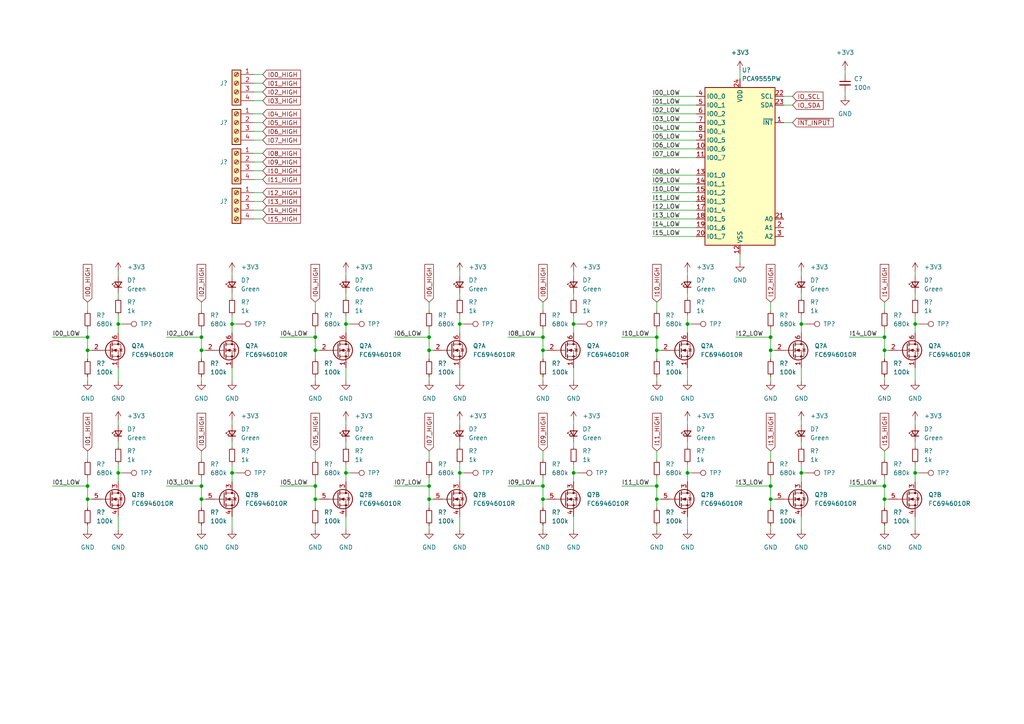
<source format=kicad_sch>
(kicad_sch (version 20211123) (generator eeschema)
  (paper "A4")
  (title_block (title "Poppy Logic Controller - IO Board") (date "2022-04-01") (rev "Unreleased") (comment 4 "24 VDC Inputs"))
  (lib_symbols
    (symbol "Connector:Screw_Terminal_01x04" (pin_names (offset 1.016) hide)
      (property "Reference" "J" (at 0 5.08 0))
      (property "Value" "Screw_Terminal_01x04" (at 0 -7.62 0))
      (symbol "Screw_Terminal_01x04_1_1"
        (pin passive line (at -5.08 2.54 0) (length 3.81) (name "Pin_1") (number "1"))
        (pin passive line (at -5.08 0 0) (length 3.81) (name "Pin_2") (number "2"))
        (pin passive line (at -5.08 -2.54 0) (length 3.81) (name "Pin_3") (number "3"))
        (pin passive line (at -5.08 -5.08 0) (length 3.81) (name "Pin_4") (number "4"))
      )
    )
    (symbol "Connector:TestPoint" (pin_numbers hide) (pin_names (offset 0.762) hide)
      (property "Reference" "TP" (at 0 6.858 0))
      (property "Value" "TestPoint" (at 0 5.08 0))
      (symbol "TestPoint_1_1"
        (pin passive line (at 0 0 90) (length 2.54) (name "1") (number "1"))
      )
    )
    (symbol "Device:C_Small" (pin_numbers hide) (pin_names (offset 0.254) hide)
      (property "Reference" "C" (at 0.254 1.778 0))
      (property "Value" "C_Small" (at 0.254 -2.032 0))
      (symbol "C_Small_1_1"
        (pin passive line (at 0 2.54 270) (length 2.032) (name "~") (number "1"))
        (pin passive line (at 0 -2.54 90) (length 2.032) (name "~") (number "2"))
      )
    )
    (symbol "Device:LED_Small" (pin_numbers hide) (pin_names (offset 0.254) hide)
      (property "Reference" "D" (at -1.27 3.175 0))
      (property "Value" "LED_Small" (at -4.445 -2.54 0))
      (symbol "LED_Small_1_1"
        (pin passive line (at -2.54 0 0) (length 1.778) (name "K") (number "1"))
        (pin passive line (at 2.54 0 180) (length 1.778) (name "A") (number "2"))
      )
    )
    (symbol "Device:Q_Dual_NMOS_S1G1D2S2G2D1" (pin_names (offset 0) hide)
      (property "Reference" "Q" (at 6.35 1.27 0))
      (property "Value" "Q_Dual_NMOS_S1G1D2S2G2D1" (at 19.05 -1.27 0))
      (symbol "Q_Dual_NMOS_S1G1D2S2G2D1_1_1"
        (pin passive line (at 2.54 -5.08 90) (length 2.54) (name "S") (number "1"))
        (pin input line (at -5.08 0 0) (length 2.54) (name "G") (number "2"))
        (pin passive line (at 2.54 5.08 270) (length 2.54) (name "D") (number "6"))
      )
      (symbol "Q_Dual_NMOS_S1G1D2S2G2D1_2_1"
        (pin passive line (at 2.54 5.08 270) (length 2.54) (name "D") (number "3"))
        (pin passive line (at 2.54 -5.08 90) (length 2.54) (name "S") (number "4"))
        (pin input line (at -5.08 0 0) (length 2.54) (name "G") (number "5"))
      )
    )
    (symbol "Device:R_Small" (pin_numbers hide) (pin_names (offset 0.254) hide)
      (property "Reference" "R" (at 0.762 0.508 0))
      (property "Value" "R_Small" (at 0.762 -1.016 0))
      (symbol "R_Small_1_1"
        (pin passive line (at 0 2.54 270) (length 0.762) (name "~") (number "1"))
        (pin passive line (at 0 -2.54 90) (length 0.762) (name "~") (number "2"))
      )
    )
    (symbol "Interface_Expansion:PCA9555PW"
      (property "Reference" "U" (at -8.89 24.13 0))
      (property "Value" "PCA9555PW" (at 6.35 24.13 0))
      (symbol "PCA9555PW_1_1"
        (pin open_collector line (at -12.7 12.7 0) (length 2.54) (name "~{INT}") (number "1"))
        (pin bidirectional line (at 12.7 5.08 180) (length 2.54) (name "IO0_6") (number "10"))
        (pin bidirectional line (at 12.7 2.54 180) (length 2.54) (name "IO0_7") (number "11"))
        (pin power_in line (at 0 -25.4 90) (length 2.54) (name "VSS") (number "12"))
        (pin bidirectional line (at 12.7 -2.54 180) (length 2.54) (name "IO1_0") (number "13"))
        (pin bidirectional line (at 12.7 -5.08 180) (length 2.54) (name "IO1_1") (number "14"))
        (pin bidirectional line (at 12.7 -7.62 180) (length 2.54) (name "IO1_2") (number "15"))
        (pin bidirectional line (at 12.7 -10.16 180) (length 2.54) (name "IO1_3") (number "16"))
        (pin bidirectional line (at 12.7 -12.7 180) (length 2.54) (name "IO1_4") (number "17"))
        (pin bidirectional line (at 12.7 -15.24 180) (length 2.54) (name "IO1_5") (number "18"))
        (pin bidirectional line (at 12.7 -17.78 180) (length 2.54) (name "IO1_6") (number "19"))
        (pin input line (at -12.7 -17.78 0) (length 2.54) (name "A1") (number "2"))
        (pin bidirectional line (at 12.7 -20.32 180) (length 2.54) (name "IO1_7") (number "20"))
        (pin input line (at -12.7 -15.24 0) (length 2.54) (name "A0") (number "21"))
        (pin input line (at -12.7 20.32 0) (length 2.54) (name "SCL") (number "22"))
        (pin bidirectional line (at -12.7 17.78 0) (length 2.54) (name "SDA") (number "23"))
        (pin power_in line (at 0 25.4 270) (length 2.54) (name "VDD") (number "24"))
        (pin input line (at -12.7 -20.32 0) (length 2.54) (name "A2") (number "3"))
        (pin bidirectional line (at 12.7 20.32 180) (length 2.54) (name "IO0_0") (number "4"))
        (pin bidirectional line (at 12.7 17.78 180) (length 2.54) (name "IO0_1") (number "5"))
        (pin bidirectional line (at 12.7 15.24 180) (length 2.54) (name "IO0_2") (number "6"))
        (pin bidirectional line (at 12.7 12.7 180) (length 2.54) (name "IO0_3") (number "7"))
        (pin bidirectional line (at 12.7 10.16 180) (length 2.54) (name "IO0_4") (number "8"))
        (pin bidirectional line (at 12.7 7.62 180) (length 2.54) (name "IO0_5") (number "9"))
      )
    )
    (symbol "power:+3.3V" (power) (pin_names (offset 0))
      (property "Value" "+3.3V" (at 0 3.556 0))
      (symbol "+3.3V_1_1"
        (pin power_in line (at 0 0 90) (length 0) hide (name "+3V3") (number "1"))
      )
    )
    (symbol "power:GND" (power) (pin_names (offset 0))
      (property "Value" "GND" (at 0 -3.81 0))
      (symbol "GND_1_1"
        (pin power_in line (at 0 0 270) (length 0) hide (name "GND") (number "1"))
      )
    )
  )
  (junction (at 190.5 144.78))
  (junction (at 223.52 97.79))
  (junction (at 100.33 137.16))
  (junction (at 157.48 140.97))
  (junction (at 232.41 93.98))
  (junction (at 223.52 101.6))
  (junction (at 58.42 144.78))
  (junction (at 34.29 93.98))
  (junction (at 199.39 137.16))
  (junction (at 124.46 97.79))
  (junction (at 124.46 140.97))
  (junction (at 124.46 101.6))
  (junction (at 265.43 137.16))
  (junction (at 25.4 144.78))
  (junction (at 91.44 144.78))
  (junction (at 34.29 137.16))
  (junction (at 25.4 97.79))
  (junction (at 256.54 97.79))
  (junction (at 67.31 93.98))
  (junction (at 166.37 93.98))
  (junction (at 190.5 101.6))
  (junction (at 133.35 93.98))
  (junction (at 91.44 140.97))
  (junction (at 67.31 137.16))
  (junction (at 124.46 144.78))
  (junction (at 256.54 140.97))
  (junction (at 58.42 101.6))
  (junction (at 223.52 140.97))
  (junction (at 157.48 144.78))
  (junction (at 256.54 144.78))
  (junction (at 58.42 140.97))
  (junction (at 190.5 97.79))
  (junction (at 223.52 144.78))
  (junction (at 256.54 101.6))
  (junction (at 265.43 93.98))
  (junction (at 58.42 97.79))
  (junction (at 133.35 137.16))
  (junction (at 100.33 93.98))
  (junction (at 91.44 97.79))
  (junction (at 190.5 140.97))
  (junction (at 91.44 101.6))
  (junction (at 166.37 137.16))
  (junction (at 157.48 101.6))
  (junction (at 157.48 97.79))
  (junction (at 25.4 101.6))
  (junction (at 199.39 93.98))
  (junction (at 232.41 137.16))
  (junction (at 25.4 140.97))
  (wire (pts (xy 180.34 97.79) (xy 190.5 97.79)))
  (wire (pts (xy 189.23 35.56) (xy 201.93 35.56)))
  (wire (pts (xy 166.37 134.62) (xy 166.37 137.16)))
  (wire (pts (xy 73.66 40.64) (xy 76.2 40.64)))
  (wire (pts (xy 48.26 97.79) (xy 58.42 97.79)))
  (wire (pts (xy 124.46 140.97) (xy 124.46 144.78)))
  (wire (pts (xy 91.44 95.25) (xy 91.44 97.79)))
  (wire (pts (xy 157.48 87.63) (xy 157.48 90.17)))
  (wire (pts (xy 265.43 93.98) (xy 266.7 93.98)))
  (wire (pts (xy 265.43 137.16) (xy 266.7 137.16)))
  (wire (pts (xy 81.28 97.79) (xy 91.44 97.79)))
  (wire (pts (xy 256.54 144.78) (xy 257.81 144.78)))
  (wire (pts (xy 58.42 101.6) (xy 59.69 101.6)))
  (wire (pts (xy 133.35 128.27) (xy 133.35 129.54)))
  (wire (pts (xy 100.33 121.92) (xy 100.33 123.19)))
  (wire (pts (xy 91.44 140.97) (xy 91.44 144.78)))
  (wire (pts (xy 189.23 68.58) (xy 201.93 68.58)))
  (wire (pts (xy 232.41 78.74) (xy 232.41 80.01)))
  (wire (pts (xy 73.66 38.1) (xy 76.2 38.1)))
  (wire (pts (xy 114.3 140.97) (xy 124.46 140.97)))
  (wire (pts (xy 124.46 101.6) (xy 125.73 101.6)))
  (wire (pts (xy 100.33 149.86) (xy 100.33 153.67)))
  (wire (pts (xy 133.35 134.62) (xy 133.35 137.16)))
  (wire (pts (xy 265.43 149.86) (xy 265.43 153.67)))
  (wire (pts (xy 256.54 97.79) (xy 256.54 101.6)))
  (wire (pts (xy 189.23 33.02) (xy 201.93 33.02)))
  (wire (pts (xy 256.54 87.63) (xy 256.54 90.17)))
  (wire (pts (xy 34.29 93.98) (xy 35.56 93.98)))
  (wire (pts (xy 223.52 87.63) (xy 223.52 90.17)))
  (wire (pts (xy 25.4 101.6) (xy 26.67 101.6)))
  (wire (pts (xy 67.31 78.74) (xy 67.31 80.01)))
  (wire (pts (xy 232.41 128.27) (xy 232.41 129.54)))
  (wire (pts (xy 232.41 149.86) (xy 232.41 153.67)))
  (wire (pts (xy 190.5 144.78) (xy 190.5 147.32)))
  (wire (pts (xy 34.29 78.74) (xy 34.29 80.01)))
  (wire (pts (xy 124.46 144.78) (xy 125.73 144.78)))
  (wire (pts (xy 157.48 152.4) (xy 157.48 153.67)))
  (wire (pts (xy 157.48 140.97) (xy 157.48 144.78)))
  (wire (pts (xy 133.35 85.09) (xy 133.35 86.36)))
  (wire (pts (xy 48.26 140.97) (xy 58.42 140.97)))
  (wire (pts (xy 34.29 134.62) (xy 34.29 137.16)))
  (wire (pts (xy 15.24 140.97) (xy 25.4 140.97)))
  (wire (pts (xy 190.5 97.79) (xy 190.5 101.6)))
  (wire (pts (xy 15.24 97.79) (xy 25.4 97.79)))
  (wire (pts (xy 114.3 97.79) (xy 124.46 97.79)))
  (wire (pts (xy 25.4 140.97) (xy 25.4 144.78)))
  (wire (pts (xy 166.37 93.98) (xy 166.37 96.52)))
  (wire (pts (xy 223.52 144.78) (xy 223.52 147.32)))
  (wire (pts (xy 256.54 152.4) (xy 256.54 153.67)))
  (wire (pts (xy 58.42 97.79) (xy 58.42 101.6)))
  (wire (pts (xy 190.5 101.6) (xy 191.77 101.6)))
  (wire (pts (xy 166.37 137.16) (xy 166.37 139.7)))
  (wire (pts (xy 58.42 144.78) (xy 59.69 144.78)))
  (wire (pts (xy 73.66 33.02) (xy 76.2 33.02)))
  (wire (pts (xy 180.34 140.97) (xy 190.5 140.97)))
  (wire (pts (xy 199.39 121.92) (xy 199.39 123.19)))
  (wire (pts (xy 223.52 144.78) (xy 224.79 144.78)))
  (wire (pts (xy 214.63 73.66) (xy 214.63 76.2)))
  (wire (pts (xy 189.23 63.5) (xy 201.93 63.5)))
  (wire (pts (xy 157.48 130.81) (xy 157.48 133.35)))
  (wire (pts (xy 91.44 152.4) (xy 91.44 153.67)))
  (wire (pts (xy 67.31 128.27) (xy 67.31 129.54)))
  (wire (pts (xy 166.37 91.44) (xy 166.37 93.98)))
  (wire (pts (xy 190.5 87.63) (xy 190.5 90.17)))
  (wire (pts (xy 133.35 93.98) (xy 134.62 93.98)))
  (wire (pts (xy 189.23 53.34) (xy 201.93 53.34)))
  (wire (pts (xy 73.66 49.53) (xy 76.2 49.53)))
  (wire (pts (xy 199.39 91.44) (xy 199.39 93.98)))
  (wire (pts (xy 100.33 85.09) (xy 100.33 86.36)))
  (wire (pts (xy 34.29 149.86) (xy 34.29 153.67)))
  (wire (pts (xy 91.44 87.63) (xy 91.44 90.17)))
  (wire (pts (xy 147.32 140.97) (xy 157.48 140.97)))
  (wire (pts (xy 232.41 93.98) (xy 233.68 93.98)))
  (wire (pts (xy 34.29 128.27) (xy 34.29 129.54)))
  (wire (pts (xy 67.31 134.62) (xy 67.31 137.16)))
  (wire (pts (xy 34.29 91.44) (xy 34.29 93.98)))
  (wire (pts (xy 124.46 101.6) (xy 124.46 104.14)))
  (wire (pts (xy 58.42 138.43) (xy 58.42 140.97)))
  (wire (pts (xy 73.66 58.42) (xy 76.2 58.42)))
  (wire (pts (xy 232.41 121.92) (xy 232.41 123.19)))
  (wire (pts (xy 223.52 97.79) (xy 223.52 101.6)))
  (wire (pts (xy 73.66 46.99) (xy 76.2 46.99)))
  (wire (pts (xy 91.44 97.79) (xy 91.44 101.6)))
  (wire (pts (xy 73.66 60.96) (xy 76.2 60.96)))
  (wire (pts (xy 232.41 137.16) (xy 232.41 139.7)))
  (wire (pts (xy 133.35 137.16) (xy 134.62 137.16)))
  (wire (pts (xy 256.54 144.78) (xy 256.54 147.32)))
  (wire (pts (xy 25.4 144.78) (xy 25.4 147.32)))
  (wire (pts (xy 189.23 66.04) (xy 201.93 66.04)))
  (wire (pts (xy 256.54 130.81) (xy 256.54 133.35)))
  (wire (pts (xy 213.36 140.97) (xy 223.52 140.97)))
  (wire (pts (xy 166.37 106.68) (xy 166.37 110.49)))
  (wire (pts (xy 73.66 26.67) (xy 76.2 26.67)))
  (wire (pts (xy 232.41 91.44) (xy 232.41 93.98)))
  (wire (pts (xy 100.33 91.44) (xy 100.33 93.98)))
  (wire (pts (xy 73.66 21.59) (xy 76.2 21.59)))
  (wire (pts (xy 199.39 149.86) (xy 199.39 153.67)))
  (wire (pts (xy 232.41 85.09) (xy 232.41 86.36)))
  (wire (pts (xy 58.42 101.6) (xy 58.42 104.14)))
  (wire (pts (xy 245.11 26.67) (xy 245.11 27.94)))
  (wire (pts (xy 256.54 95.25) (xy 256.54 97.79)))
  (wire (pts (xy 189.23 50.8) (xy 201.93 50.8)))
  (wire (pts (xy 34.29 85.09) (xy 34.29 86.36)))
  (wire (pts (xy 166.37 121.92) (xy 166.37 123.19)))
  (wire (pts (xy 199.39 137.16) (xy 200.66 137.16)))
  (wire (pts (xy 190.5 109.22) (xy 190.5 110.49)))
  (wire (pts (xy 190.5 101.6) (xy 190.5 104.14)))
  (wire (pts (xy 67.31 91.44) (xy 67.31 93.98)))
  (wire (pts (xy 34.29 137.16) (xy 34.29 139.7)))
  (wire (pts (xy 100.33 78.74) (xy 100.33 80.01)))
  (wire (pts (xy 91.44 144.78) (xy 91.44 147.32)))
  (wire (pts (xy 25.4 152.4) (xy 25.4 153.67)))
  (wire (pts (xy 67.31 137.16) (xy 68.58 137.16)))
  (wire (pts (xy 133.35 93.98) (xy 133.35 96.52)))
  (wire (pts (xy 189.23 40.64) (xy 201.93 40.64)))
  (wire (pts (xy 157.48 144.78) (xy 158.75 144.78)))
  (wire (pts (xy 100.33 106.68) (xy 100.33 110.49)))
  (wire (pts (xy 25.4 97.79) (xy 25.4 101.6)))
  (wire (pts (xy 124.46 97.79) (xy 124.46 101.6)))
  (wire (pts (xy 67.31 106.68) (xy 67.31 110.49)))
  (wire (pts (xy 265.43 78.74) (xy 265.43 80.01)))
  (wire (pts (xy 232.41 134.62) (xy 232.41 137.16)))
  (wire (pts (xy 73.66 52.07) (xy 76.2 52.07)))
  (wire (pts (xy 91.44 109.22) (xy 91.44 110.49)))
  (wire (pts (xy 133.35 91.44) (xy 133.35 93.98)))
  (wire (pts (xy 189.23 58.42) (xy 201.93 58.42)))
  (wire (pts (xy 256.54 140.97) (xy 256.54 144.78)))
  (wire (pts (xy 157.48 97.79) (xy 157.48 101.6)))
  (wire (pts (xy 232.41 137.16) (xy 233.68 137.16)))
  (wire (pts (xy 67.31 93.98) (xy 67.31 96.52)))
  (wire (pts (xy 157.48 95.25) (xy 157.48 97.79)))
  (wire (pts (xy 199.39 134.62) (xy 199.39 137.16)))
  (wire (pts (xy 223.52 140.97) (xy 223.52 144.78)))
  (wire (pts (xy 67.31 137.16) (xy 67.31 139.7)))
  (wire (pts (xy 100.33 137.16) (xy 101.6 137.16)))
  (wire (pts (xy 265.43 85.09) (xy 265.43 86.36)))
  (wire (pts (xy 133.35 149.86) (xy 133.35 153.67)))
  (wire (pts (xy 133.35 121.92) (xy 133.35 123.19)))
  (wire (pts (xy 124.46 130.81) (xy 124.46 133.35)))
  (wire (pts (xy 223.52 101.6) (xy 224.79 101.6)))
  (wire (pts (xy 256.54 138.43) (xy 256.54 140.97)))
  (wire (pts (xy 67.31 121.92) (xy 67.31 123.19)))
  (wire (pts (xy 25.4 87.63) (xy 25.4 90.17)))
  (wire (pts (xy 265.43 121.92) (xy 265.43 123.19)))
  (wire (pts (xy 124.46 144.78) (xy 124.46 147.32)))
  (wire (pts (xy 73.66 29.21) (xy 76.2 29.21)))
  (wire (pts (xy 227.33 27.94) (xy 229.87 27.94)))
  (wire (pts (xy 223.52 101.6) (xy 223.52 104.14)))
  (wire (pts (xy 34.29 137.16) (xy 35.56 137.16)))
  (wire (pts (xy 67.31 93.98) (xy 68.58 93.98)))
  (wire (pts (xy 265.43 128.27) (xy 265.43 129.54)))
  (wire (pts (xy 190.5 144.78) (xy 191.77 144.78)))
  (wire (pts (xy 58.42 152.4) (xy 58.42 153.67)))
  (wire (pts (xy 133.35 78.74) (xy 133.35 80.01)))
  (wire (pts (xy 91.44 101.6) (xy 91.44 104.14)))
  (wire (pts (xy 227.33 30.48) (xy 229.87 30.48)))
  (wire (pts (xy 166.37 128.27) (xy 166.37 129.54)))
  (wire (pts (xy 223.52 130.81) (xy 223.52 133.35)))
  (wire (pts (xy 100.33 137.16) (xy 100.33 139.7)))
  (wire (pts (xy 91.44 138.43) (xy 91.44 140.97)))
  (wire (pts (xy 100.33 134.62) (xy 100.33 137.16)))
  (wire (pts (xy 25.4 95.25) (xy 25.4 97.79)))
  (wire (pts (xy 147.32 97.79) (xy 157.48 97.79)))
  (wire (pts (xy 245.11 20.32) (xy 245.11 21.59)))
  (wire (pts (xy 157.48 101.6) (xy 157.48 104.14)))
  (wire (pts (xy 166.37 137.16) (xy 167.64 137.16)))
  (wire (pts (xy 190.5 138.43) (xy 190.5 140.97)))
  (wire (pts (xy 256.54 101.6) (xy 257.81 101.6)))
  (wire (pts (xy 214.63 20.32) (xy 214.63 22.86)))
  (wire (pts (xy 25.4 109.22) (xy 25.4 110.49)))
  (wire (pts (xy 25.4 101.6) (xy 25.4 104.14)))
  (wire (pts (xy 223.52 138.43) (xy 223.52 140.97)))
  (wire (pts (xy 73.66 63.5) (xy 76.2 63.5)))
  (wire (pts (xy 124.46 87.63) (xy 124.46 90.17)))
  (wire (pts (xy 67.31 85.09) (xy 67.31 86.36)))
  (wire (pts (xy 265.43 106.68) (xy 265.43 110.49)))
  (wire (pts (xy 246.38 97.79) (xy 256.54 97.79)))
  (wire (pts (xy 265.43 137.16) (xy 265.43 139.7)))
  (wire (pts (xy 189.23 30.48) (xy 201.93 30.48)))
  (wire (pts (xy 199.39 78.74) (xy 199.39 80.01)))
  (wire (pts (xy 190.5 140.97) (xy 190.5 144.78)))
  (wire (pts (xy 73.66 35.56) (xy 76.2 35.56)))
  (wire (pts (xy 100.33 128.27) (xy 100.33 129.54)))
  (wire (pts (xy 100.33 93.98) (xy 101.6 93.98)))
  (wire (pts (xy 91.44 144.78) (xy 92.71 144.78)))
  (wire (pts (xy 67.31 149.86) (xy 67.31 153.67)))
  (wire (pts (xy 166.37 93.98) (xy 167.64 93.98)))
  (wire (pts (xy 166.37 85.09) (xy 166.37 86.36)))
  (wire (pts (xy 73.66 24.13) (xy 76.2 24.13)))
  (wire (pts (xy 34.29 121.92) (xy 34.29 123.19)))
  (wire (pts (xy 265.43 93.98) (xy 265.43 96.52)))
  (wire (pts (xy 124.46 152.4) (xy 124.46 153.67)))
  (wire (pts (xy 223.52 109.22) (xy 223.52 110.49)))
  (wire (pts (xy 58.42 109.22) (xy 58.42 110.49)))
  (wire (pts (xy 246.38 140.97) (xy 256.54 140.97)))
  (wire (pts (xy 91.44 130.81) (xy 91.44 133.35)))
  (wire (pts (xy 91.44 101.6) (xy 92.71 101.6)))
  (wire (pts (xy 157.48 144.78) (xy 157.48 147.32)))
  (wire (pts (xy 166.37 78.74) (xy 166.37 80.01)))
  (wire (pts (xy 189.23 27.94) (xy 201.93 27.94)))
  (wire (pts (xy 73.66 44.45) (xy 76.2 44.45)))
  (wire (pts (xy 166.37 149.86) (xy 166.37 153.67)))
  (wire (pts (xy 256.54 101.6) (xy 256.54 104.14)))
  (wire (pts (xy 199.39 128.27) (xy 199.39 129.54)))
  (wire (pts (xy 223.52 95.25) (xy 223.52 97.79)))
  (wire (pts (xy 100.33 93.98) (xy 100.33 96.52)))
  (wire (pts (xy 124.46 138.43) (xy 124.46 140.97)))
  (wire (pts (xy 265.43 134.62) (xy 265.43 137.16)))
  (wire (pts (xy 199.39 106.68) (xy 199.39 110.49)))
  (wire (pts (xy 34.29 106.68) (xy 34.29 110.49)))
  (wire (pts (xy 25.4 138.43) (xy 25.4 140.97)))
  (wire (pts (xy 124.46 95.25) (xy 124.46 97.79)))
  (wire (pts (xy 157.48 138.43) (xy 157.48 140.97)))
  (wire (pts (xy 133.35 137.16) (xy 133.35 139.7)))
  (wire (pts (xy 189.23 45.72) (xy 201.93 45.72)))
  (wire (pts (xy 73.66 55.88) (xy 76.2 55.88)))
  (wire (pts (xy 190.5 152.4) (xy 190.5 153.67)))
  (wire (pts (xy 199.39 93.98) (xy 199.39 96.52)))
  (wire (pts (xy 232.41 93.98) (xy 232.41 96.52)))
  (wire (pts (xy 223.52 152.4) (xy 223.52 153.67)))
  (wire (pts (xy 58.42 95.25) (xy 58.42 97.79)))
  (wire (pts (xy 256.54 109.22) (xy 256.54 110.49)))
  (wire (pts (xy 157.48 101.6) (xy 158.75 101.6)))
  (wire (pts (xy 157.48 109.22) (xy 157.48 110.49)))
  (wire (pts (xy 189.23 55.88) (xy 201.93 55.88)))
  (wire (pts (xy 25.4 144.78) (xy 26.67 144.78)))
  (wire (pts (xy 58.42 130.81) (xy 58.42 133.35)))
  (wire (pts (xy 265.43 91.44) (xy 265.43 93.98)))
  (wire (pts (xy 232.41 106.68) (xy 232.41 110.49)))
  (wire (pts (xy 58.42 140.97) (xy 58.42 144.78)))
  (wire (pts (xy 227.33 35.56) (xy 229.87 35.56)))
  (wire (pts (xy 190.5 95.25) (xy 190.5 97.79)))
  (wire (pts (xy 190.5 130.81) (xy 190.5 133.35)))
  (wire (pts (xy 213.36 97.79) (xy 223.52 97.79)))
  (wire (pts (xy 58.42 144.78) (xy 58.42 147.32)))
  (wire (pts (xy 199.39 137.16) (xy 199.39 139.7)))
  (wire (pts (xy 189.23 60.96) (xy 201.93 60.96)))
  (wire (pts (xy 34.29 93.98) (xy 34.29 96.52)))
  (wire (pts (xy 133.35 106.68) (xy 133.35 110.49)))
  (wire (pts (xy 81.28 140.97) (xy 91.44 140.97)))
  (wire (pts (xy 199.39 85.09) (xy 199.39 86.36)))
  (wire (pts (xy 58.42 87.63) (xy 58.42 90.17)))
  (wire (pts (xy 189.23 43.18) (xy 201.93 43.18)))
  (wire (pts (xy 124.46 109.22) (xy 124.46 110.49)))
  (wire (pts (xy 189.23 38.1) (xy 201.93 38.1)))
  (wire (pts (xy 199.39 93.98) (xy 200.66 93.98)))
  (wire (pts (xy 25.4 130.81) (xy 25.4 133.35)))
  (label "I09_LOW" (at 147.32 140.97 0))
  (label "I07_LOW" (at 189.23 45.72 0))
  (label "I05_LOW" (at 81.28 140.97 0))
  (label "I12_LOW" (at 189.23 60.96 0))
  (label "I07_LOW" (at 114.3 140.97 0))
  (label "I11_LOW" (at 189.23 58.42 0))
  (label "I06_LOW" (at 189.23 43.18 0))
  (label "I04_LOW" (at 81.28 97.79 0))
  (label "I14_LOW" (at 246.38 97.79 0))
  (label "I15_LOW" (at 189.23 68.58 0))
  (label "I13_LOW" (at 213.36 140.97 0))
  (label "I00_LOW" (at 15.24 97.79 0))
  (label "I12_LOW" (at 213.36 97.79 0))
  (label "I02_LOW" (at 48.26 97.79 0))
  (label "I03_LOW" (at 48.26 140.97 0))
  (label "I10_LOW" (at 180.34 97.79 0))
  (label "I06_LOW" (at 114.3 97.79 0))
  (label "I11_LOW" (at 180.34 140.97 0))
  (label "I09_LOW" (at 189.23 53.34 0))
  (label "I03_LOW" (at 189.23 35.56 0))
  (label "I00_LOW" (at 189.23 27.94 0))
  (label "I14_LOW" (at 189.23 66.04 0))
  (label "I04_LOW" (at 189.23 38.1 0))
  (label "I08_LOW" (at 189.23 50.8 0))
  (label "I10_LOW" (at 189.23 55.88 0))
  (label "I02_LOW" (at 189.23 33.02 0))
  (label "I15_LOW" (at 246.38 140.97 0))
  (label "I01_LOW" (at 189.23 30.48 0))
  (label "I13_LOW" (at 189.23 63.5 0))
  (label "I05_LOW" (at 189.23 40.64 0))
  (label "I01_LOW" (at 15.24 140.97 0))
  (label "I08_LOW" (at 147.32 97.79 0))
  (global_label "IO_SCL" (shape input) (at 229.87 27.94 0) (property "Intersheet References" "${INTERSHEET_REFS}" (effects hide)))
  (global_label "I08_HIGH" (shape input) (at 157.48 87.63 90) (property "Intersheet References" "${INTERSHEET_REFS}" (effects hide)))
  (global_label "I13_HIGH" (shape input) (at 223.52 130.81 90) (property "Intersheet References" "${INTERSHEET_REFS}" (effects hide)))
  (global_label "I07_HIGH" (shape input) (at 124.46 130.81 90) (property "Intersheet References" "${INTERSHEET_REFS}" (effects hide)))
  (global_label "I00_HIGH" (shape input) (at 76.2 21.59 0) (property "Intersheet References" "${INTERSHEET_REFS}" (effects hide)))
  (global_label "~{INT_INPUT}" (shape input) (at 229.87 35.56 0) (property "Intersheet References" "${INTERSHEET_REFS}" (effects hide)))
  (global_label "I10_HIGH" (shape input) (at 190.5 87.63 90) (property "Intersheet References" "${INTERSHEET_REFS}" (effects hide)))
  (global_label "I01_HIGH" (shape input) (at 76.2 24.13 0) (property "Intersheet References" "${INTERSHEET_REFS}" (effects hide)))
  (global_label "I12_HIGH" (shape input) (at 76.2 55.88 0) (property "Intersheet References" "${INTERSHEET_REFS}" (effects hide)))
  (global_label "IO_SDA" (shape input) (at 229.87 30.48 0) (property "Intersheet References" "${INTERSHEET_REFS}" (effects hide)))
  (global_label "I06_HIGH" (shape input) (at 124.46 87.63 90) (property "Intersheet References" "${INTERSHEET_REFS}" (effects hide)))
  (global_label "I13_HIGH" (shape input) (at 76.2 58.42 0) (property "Intersheet References" "${INTERSHEET_REFS}" (effects hide)))
  (global_label "I00_HIGH" (shape input) (at 25.4 87.63 90) (property "Intersheet References" "${INTERSHEET_REFS}" (effects hide)))
  (global_label "I05_HIGH" (shape input) (at 76.2 35.56 0) (property "Intersheet References" "${INTERSHEET_REFS}" (effects hide)))
  (global_label "I03_HIGH" (shape input) (at 58.42 130.81 90) (property "Intersheet References" "${INTERSHEET_REFS}" (effects hide)))
  (global_label "I14_HIGH" (shape input) (at 256.54 87.63 90) (property "Intersheet References" "${INTERSHEET_REFS}" (effects hide)))
  (global_label "I04_HIGH" (shape input) (at 91.44 87.63 90) (property "Intersheet References" "${INTERSHEET_REFS}" (effects hide)))
  (global_label "I03_HIGH" (shape input) (at 76.2 29.21 0) (property "Intersheet References" "${INTERSHEET_REFS}" (effects hide)))
  (global_label "I02_HIGH" (shape input) (at 76.2 26.67 0) (property "Intersheet References" "${INTERSHEET_REFS}" (effects hide)))
  (global_label "I05_HIGH" (shape input) (at 91.44 130.81 90) (property "Intersheet References" "${INTERSHEET_REFS}" (effects hide)))
  (global_label "I04_HIGH" (shape input) (at 76.2 33.02 0) (property "Intersheet References" "${INTERSHEET_REFS}" (effects hide)))
  (global_label "I10_HIGH" (shape input) (at 76.2 49.53 0) (property "Intersheet References" "${INTERSHEET_REFS}" (effects hide)))
  (global_label "I09_HIGH" (shape input) (at 76.2 46.99 0) (property "Intersheet References" "${INTERSHEET_REFS}" (effects hide)))
  (global_label "I01_HIGH" (shape input) (at 25.4 130.81 90) (property "Intersheet References" "${INTERSHEET_REFS}" (effects hide)))
  (global_label "I02_HIGH" (shape input) (at 58.42 87.63 90) (property "Intersheet References" "${INTERSHEET_REFS}" (effects hide)))
  (global_label "I15_HIGH" (shape input) (at 76.2 63.5 0) (property "Intersheet References" "${INTERSHEET_REFS}" (effects hide)))
  (global_label "I06_HIGH" (shape input) (at 76.2 38.1 0) (property "Intersheet References" "${INTERSHEET_REFS}" (effects hide)))
  (global_label "I07_HIGH" (shape input) (at 76.2 40.64 0) (property "Intersheet References" "${INTERSHEET_REFS}" (effects hide)))
  (global_label "I14_HIGH" (shape input) (at 76.2 60.96 0) (property "Intersheet References" "${INTERSHEET_REFS}" (effects hide)))
  (global_label "I15_HIGH" (shape input) (at 256.54 130.81 90) (property "Intersheet References" "${INTERSHEET_REFS}" (effects hide)))
  (global_label "I11_HIGH" (shape input) (at 190.5 130.81 90) (property "Intersheet References" "${INTERSHEET_REFS}" (effects hide)))
  (global_label "I09_HIGH" (shape input) (at 157.48 130.81 90) (property "Intersheet References" "${INTERSHEET_REFS}" (effects hide)))
  (global_label "I08_HIGH" (shape input) (at 76.2 44.45 0) (property "Intersheet References" "${INTERSHEET_REFS}" (effects hide)))
  (global_label "I12_HIGH" (shape input) (at 223.52 87.63 90) (property "Intersheet References" "${INTERSHEET_REFS}" (effects hide)))
  (global_label "I11_HIGH" (shape input) (at 76.2 52.07 0) (property "Intersheet References" "${INTERSHEET_REFS}" (effects hide)))
  (symbol (lib_id "power:+3.3V") (at 199.39 121.92 0) (unit 1)
    (property "Reference" "#PWR?" (effects hide))
    (property "Value" "+3.3V" (at 201.93 120.65 0) (effects (justify left)))
  )
  (symbol (lib_id "Connector:TestPoint") (at 68.58 93.98 270) (unit 1)
    (property "Reference" "TP?" (at 73.66 93.9799 90) (effects (justify left)))
    (property "Value" "TestPoint" (effects hide))
  )
  (symbol (lib_id "Device:R_Small") (at 157.48 135.89 0) (unit 1)
    (property "Reference" "R?" (at 160.02 134.6199 0) (effects (justify left)))
    (property "Value" "680k" (at 160.02 137.1599 0) (effects (justify left)))
  )
  (symbol (lib_id "Device:R_Small") (at 91.44 92.71 0) (unit 1)
    (property "Reference" "R?" (at 93.98 91.4399 0) (effects (justify left)))
    (property "Value" "680k" (at 93.98 93.9799 0) (effects (justify left)))
  )
  (symbol (lib_id "power:GND") (at 133.35 110.49 0) (unit 1)
    (property "Reference" "#PWR?" (effects hide))
    (property "Value" "GND" (at 133.35 115.57 0))
  )
  (symbol (lib_id "power:+3.3V") (at 232.41 78.74 0) (unit 1)
    (property "Reference" "#PWR?" (effects hide))
    (property "Value" "+3.3V" (at 234.95 77.47 0) (effects (justify left)))
  )
  (symbol (lib_id "Device:Q_Dual_NMOS_S1G1D2S2G2D1") (at 130.81 101.6 0) (unit 1)
    (property "Reference" "Q?" (at 137.16 100.3299 0) (effects (justify left)))
    (property "Value" "FC6946010R" (at 137.16 102.8699 0) (effects (justify left)))
  )
  (symbol (lib_id "Device:LED_Small") (at 133.35 82.55 90) (unit 1)
    (property "Reference" "D?" (at 135.89 81.28 90) (effects (justify right)))
    (property "Value" "Green" (at 135.89 83.82 90) (effects (justify right)))
  )
  (symbol (lib_id "power:GND") (at 232.41 110.49 0) (unit 1)
    (property "Reference" "#PWR?" (effects hide))
    (property "Value" "GND" (at 232.41 115.57 0))
  )
  (symbol (lib_id "Device:Q_Dual_NMOS_S1G1D2S2G2D1") (at 229.87 144.78 0) (unit 2)
    (property "Reference" "Q?" (at 236.22 143.5099 0) (effects (justify left)))
    (property "Value" "FC6946010R" (at 236.22 146.0499 0) (effects (justify left)))
  )
  (symbol (lib_id "Device:R_Small") (at 256.54 106.68 0) (unit 1)
    (property "Reference" "R?" (at 259.08 105.4099 0) (effects (justify left)))
    (property "Value" "100k" (at 259.08 107.9499 0) (effects (justify left)))
  )
  (symbol (lib_id "Connector:TestPoint") (at 200.66 93.98 270) (unit 1)
    (property "Reference" "TP?" (at 205.74 93.9799 90) (effects (justify left)))
    (property "Value" "TestPoint" (effects hide))
  )
  (symbol (lib_id "Device:R_Small") (at 58.42 92.71 0) (unit 1)
    (property "Reference" "R?" (at 60.96 91.4399 0) (effects (justify left)))
    (property "Value" "680k" (at 60.96 93.9799 0) (effects (justify left)))
  )
  (symbol (lib_id "Device:R_Small") (at 124.46 135.89 0) (unit 1)
    (property "Reference" "R?" (at 127 134.6199 0) (effects (justify left)))
    (property "Value" "680k" (at 127 137.1599 0) (effects (justify left)))
  )
  (symbol (lib_id "Connector:TestPoint") (at 35.56 93.98 270) (unit 1)
    (property "Reference" "TP?" (at 40.64 93.9799 90) (effects (justify left)))
    (property "Value" "TestPoint" (effects hide))
  )
  (symbol (lib_id "Device:R_Small") (at 232.41 132.08 0) (unit 1)
    (property "Reference" "R?" (at 234.95 130.81 0) (effects (justify left)))
    (property "Value" "1k" (at 234.95 133.35 0) (effects (justify left)))
  )
  (symbol (lib_id "Device:R_Small") (at 199.39 132.08 0) (unit 1)
    (property "Reference" "R?" (at 201.93 130.81 0) (effects (justify left)))
    (property "Value" "1k" (at 201.93 133.35 0) (effects (justify left)))
  )
  (symbol (lib_id "Device:R_Small") (at 190.5 149.86 0) (unit 1)
    (property "Reference" "R?" (at 193.04 148.5899 0) (effects (justify left)))
    (property "Value" "100k" (at 193.04 151.1299 0) (effects (justify left)))
  )
  (symbol (lib_id "power:+3.3V") (at 100.33 121.92 0) (unit 1)
    (property "Reference" "#PWR?" (effects hide))
    (property "Value" "+3.3V" (at 102.87 120.65 0) (effects (justify left)))
  )
  (symbol (lib_id "power:GND") (at 223.52 153.67 0) (unit 1)
    (property "Reference" "#PWR?" (effects hide))
    (property "Value" "GND" (at 223.52 158.75 0))
  )
  (symbol (lib_id "power:+3.3V") (at 166.37 121.92 0) (unit 1)
    (property "Reference" "#PWR?" (effects hide))
    (property "Value" "+3.3V" (at 168.91 120.65 0) (effects (justify left)))
  )
  (symbol (lib_id "Connector:TestPoint") (at 167.64 93.98 270) (unit 1)
    (property "Reference" "TP?" (at 172.72 93.9799 90) (effects (justify left)))
    (property "Value" "TestPoint" (effects hide))
  )
  (symbol (lib_id "power:GND") (at 157.48 153.67 0) (unit 1)
    (property "Reference" "#PWR?" (effects hide))
    (property "Value" "GND" (at 157.48 158.75 0))
  )
  (symbol (lib_id "Device:R_Small") (at 166.37 88.9 0) (unit 1)
    (property "Reference" "R?" (at 168.91 87.63 0) (effects (justify left)))
    (property "Value" "1k" (at 168.91 90.17 0) (effects (justify left)))
  )
  (symbol (lib_id "power:GND") (at 124.46 153.67 0) (unit 1)
    (property "Reference" "#PWR?" (effects hide))
    (property "Value" "GND" (at 124.46 158.75 0))
  )
  (symbol (lib_id "Device:Q_Dual_NMOS_S1G1D2S2G2D1") (at 97.79 144.78 0) (unit 2)
    (property "Reference" "Q?" (at 104.14 143.5099 0) (effects (justify left)))
    (property "Value" "FC6946010R" (at 104.14 146.0499 0) (effects (justify left)))
  )
  (symbol (lib_id "Device:LED_Small") (at 100.33 125.73 90) (unit 1)
    (property "Reference" "D?" (at 102.87 124.46 90) (effects (justify right)))
    (property "Value" "Green" (at 102.87 127 90) (effects (justify right)))
  )
  (symbol (lib_id "power:+3.3V") (at 67.31 121.92 0) (unit 1)
    (property "Reference" "#PWR?" (effects hide))
    (property "Value" "+3.3V" (at 69.85 120.65 0) (effects (justify left)))
  )
  (symbol (lib_id "Device:Q_Dual_NMOS_S1G1D2S2G2D1") (at 64.77 144.78 0) (unit 2)
    (property "Reference" "Q?" (at 71.12 143.5099 0) (effects (justify left)))
    (property "Value" "FC6946010R" (at 71.12 146.0499 0) (effects (justify left)))
  )
  (symbol (lib_id "Connector:Screw_Terminal_01x04") (at 68.58 58.42 0) (mirror y) (unit 1)
    (property "Reference" "J?" (at 66.04 58.4199 0) (effects (justify left)))
  )
  (symbol (lib_id "Device:R_Small") (at 232.41 88.9 0) (unit 1)
    (property "Reference" "R?" (at 234.95 87.63 0) (effects (justify left)))
    (property "Value" "1k" (at 234.95 90.17 0) (effects (justify left)))
  )
  (symbol (lib_id "Device:R_Small") (at 34.29 132.08 0) (unit 1)
    (property "Reference" "R?" (at 36.83 130.81 0) (effects (justify left)))
    (property "Value" "1k" (at 36.83 133.35 0) (effects (justify left)))
  )
  (symbol (lib_id "Device:R_Small") (at 34.29 88.9 0) (unit 1)
    (property "Reference" "R?" (at 36.83 87.63 0) (effects (justify left)))
    (property "Value" "1k" (at 36.83 90.17 0) (effects (justify left)))
  )
  (symbol (lib_id "power:+3.3V") (at 232.41 121.92 0) (unit 1)
    (property "Reference" "#PWR?" (effects hide))
    (property "Value" "+3.3V" (at 234.95 120.65 0) (effects (justify left)))
  )
  (symbol (lib_id "Device:LED_Small") (at 265.43 82.55 90) (unit 1)
    (property "Reference" "D?" (at 267.97 81.28 90) (effects (justify right)))
    (property "Value" "Green" (at 267.97 83.82 90) (effects (justify right)))
  )
  (symbol (lib_id "Device:R_Small") (at 190.5 135.89 0) (unit 1)
    (property "Reference" "R?" (at 193.04 134.6199 0) (effects (justify left)))
    (property "Value" "680k" (at 193.04 137.1599 0) (effects (justify left)))
  )
  (symbol (lib_id "Device:R_Small") (at 67.31 132.08 0) (unit 1)
    (property "Reference" "R?" (at 69.85 130.81 0) (effects (justify left)))
    (property "Value" "1k" (at 69.85 133.35 0) (effects (justify left)))
  )
  (symbol (lib_id "Device:LED_Small") (at 166.37 125.73 90) (unit 1)
    (property "Reference" "D?" (at 168.91 124.46 90) (effects (justify right)))
    (property "Value" "Green" (at 168.91 127 90) (effects (justify right)))
  )
  (symbol (lib_id "power:+3.3V") (at 34.29 78.74 0) (unit 1)
    (property "Reference" "#PWR?" (effects hide))
    (property "Value" "+3.3V" (at 36.83 77.47 0) (effects (justify left)))
  )
  (symbol (lib_id "Device:LED_Small") (at 100.33 82.55 90) (unit 1)
    (property "Reference" "D?" (at 102.87 81.28 90) (effects (justify right)))
    (property "Value" "Green" (at 102.87 83.82 90) (effects (justify right)))
  )
  (symbol (lib_id "power:GND") (at 124.46 110.49 0) (unit 1)
    (property "Reference" "#PWR?" (effects hide))
    (property "Value" "GND" (at 124.46 115.57 0))
  )
  (symbol (lib_id "Device:R_Small") (at 58.42 135.89 0) (unit 1)
    (property "Reference" "R?" (at 60.96 134.6199 0) (effects (justify left)))
    (property "Value" "680k" (at 60.96 137.1599 0) (effects (justify left)))
  )
  (symbol (lib_id "Connector:TestPoint") (at 233.68 93.98 270) (unit 1)
    (property "Reference" "TP?" (at 238.76 93.9799 90) (effects (justify left)))
    (property "Value" "TestPoint" (effects hide))
  )
  (symbol (lib_id "power:GND") (at 58.42 110.49 0) (unit 1)
    (property "Reference" "#PWR?" (effects hide))
    (property "Value" "GND" (at 58.42 115.57 0))
  )
  (symbol (lib_id "Device:LED_Small") (at 199.39 125.73 90) (unit 1)
    (property "Reference" "D?" (at 201.93 124.46 90) (effects (justify right)))
    (property "Value" "Green" (at 201.93 127 90) (effects (justify right)))
  )
  (symbol (lib_id "power:GND") (at 265.43 153.67 0) (unit 1)
    (property "Reference" "#PWR?" (effects hide))
    (property "Value" "GND" (at 265.43 158.75 0))
  )
  (symbol (lib_id "Connector:TestPoint") (at 167.64 137.16 270) (unit 1)
    (property "Reference" "TP?" (at 172.72 137.1599 90) (effects (justify left)))
    (property "Value" "TestPoint" (effects hide))
  )
  (symbol (lib_id "Device:LED_Small") (at 199.39 82.55 90) (unit 1)
    (property "Reference" "D?" (at 201.93 81.28 90) (effects (justify right)))
    (property "Value" "Green" (at 201.93 83.82 90) (effects (justify right)))
  )
  (symbol (lib_id "power:GND") (at 25.4 153.67 0) (unit 1)
    (property "Reference" "#PWR?" (effects hide))
    (property "Value" "GND" (at 25.4 158.75 0))
  )
  (symbol (lib_id "Device:R_Small") (at 256.54 149.86 0) (unit 1)
    (property "Reference" "R?" (at 259.08 148.5899 0) (effects (justify left)))
    (property "Value" "100k" (at 259.08 151.1299 0) (effects (justify left)))
  )
  (symbol (lib_id "Interface_Expansion:PCA9555PW") (at 214.63 48.26 0) (mirror y) (unit 1)
    (property "Reference" "U?" (at 215.1506 20.32 0) (effects (justify right)))
    (property "Value" "PCA9555PW" (at 215.1506 22.86 0) (effects (justify right)))
    (property "Footprint" "Package_SO:TSSOP-24_4.4x7.8mm_P0.65mm" (effects hide))
    (property "Datasheet" "https://www.nxp.com/docs/en/data-sheet/PCA9555.pdf" (effects hide))
  )
  (symbol (lib_id "Device:R_Small") (at 190.5 92.71 0) (unit 1)
    (property "Reference" "R?" (at 193.04 91.4399 0) (effects (justify left)))
    (property "Value" "680k" (at 193.04 93.9799 0) (effects (justify left)))
  )
  (symbol (lib_id "power:GND") (at 34.29 110.49 0) (unit 1)
    (property "Reference" "#PWR?" (effects hide))
    (property "Value" "GND" (at 34.29 115.57 0))
  )
  (symbol (lib_id "power:+3.3V") (at 245.11 20.32 0) (unit 1)
    (property "Reference" "#PWR?" (effects hide))
    (property "Value" "+3.3V" (at 245.11 15.24 0))
  )
  (symbol (lib_id "power:+3.3V") (at 133.35 121.92 0) (unit 1)
    (property "Reference" "#PWR?" (effects hide))
    (property "Value" "+3.3V" (at 135.89 120.65 0) (effects (justify left)))
  )
  (symbol (lib_id "power:GND") (at 232.41 153.67 0) (unit 1)
    (property "Reference" "#PWR?" (effects hide))
    (property "Value" "GND" (at 232.41 158.75 0))
  )
  (symbol (lib_id "Device:Q_Dual_NMOS_S1G1D2S2G2D1") (at 196.85 101.6 0) (unit 1)
    (property "Reference" "Q?" (at 203.2 100.3299 0) (effects (justify left)))
    (property "Value" "FC6946010R" (at 203.2 102.8699 0) (effects (justify left)))
  )
  (symbol (lib_id "Device:Q_Dual_NMOS_S1G1D2S2G2D1") (at 163.83 101.6 0) (unit 1)
    (property "Reference" "Q?" (at 170.18 100.3299 0) (effects (justify left)))
    (property "Value" "FC6946010R" (at 170.18 102.8699 0) (effects (justify left)))
  )
  (symbol (lib_id "Device:R_Small") (at 100.33 132.08 0) (unit 1)
    (property "Reference" "R?" (at 102.87 130.81 0) (effects (justify left)))
    (property "Value" "1k" (at 102.87 133.35 0) (effects (justify left)))
  )
  (symbol (lib_id "power:GND") (at 256.54 110.49 0) (unit 1)
    (property "Reference" "#PWR?" (effects hide))
    (property "Value" "GND" (at 256.54 115.57 0))
  )
  (symbol (lib_id "Device:Q_Dual_NMOS_S1G1D2S2G2D1") (at 163.83 144.78 0) (unit 2)
    (property "Reference" "Q?" (at 170.18 143.5099 0) (effects (justify left)))
    (property "Value" "FC6946010R" (at 170.18 146.0499 0) (effects (justify left)))
  )
  (symbol (lib_id "Device:R_Small") (at 91.44 135.89 0) (unit 1)
    (property "Reference" "R?" (at 93.98 134.6199 0) (effects (justify left)))
    (property "Value" "680k" (at 93.98 137.1599 0) (effects (justify left)))
  )
  (symbol (lib_id "Device:R_Small") (at 91.44 149.86 0) (unit 1)
    (property "Reference" "R?" (at 93.98 148.5899 0) (effects (justify left)))
    (property "Value" "100k" (at 93.98 151.1299 0) (effects (justify left)))
  )
  (symbol (lib_id "Device:R_Small") (at 223.52 106.68 0) (unit 1)
    (property "Reference" "R?" (at 226.06 105.4099 0) (effects (justify left)))
    (property "Value" "100k" (at 226.06 107.9499 0) (effects (justify left)))
  )
  (symbol (lib_id "Device:LED_Small") (at 232.41 125.73 90) (unit 1)
    (property "Reference" "D?" (at 234.95 124.46 90) (effects (justify right)))
    (property "Value" "Green" (at 234.95 127 90) (effects (justify right)))
  )
  (symbol (lib_id "power:+3.3V") (at 214.63 20.32 0) (unit 1)
    (property "Reference" "#PWR?" (effects hide))
    (property "Value" "+3.3V" (at 214.63 15.24 0))
  )
  (symbol (lib_id "Device:LED_Small") (at 34.29 82.55 90) (unit 1)
    (property "Reference" "D?" (at 36.83 81.28 90) (effects (justify right)))
    (property "Value" "Green" (at 36.83 83.82 90) (effects (justify right)))
  )
  (symbol (lib_id "Device:Q_Dual_NMOS_S1G1D2S2G2D1") (at 262.89 144.78 0) (unit 2)
    (property "Reference" "Q?" (at 269.24 143.5099 0) (effects (justify left)))
    (property "Value" "FC6946010R" (at 269.24 146.0499 0) (effects (justify left)))
  )
  (symbol (lib_id "Connector:TestPoint") (at 233.68 137.16 270) (unit 1)
    (property "Reference" "TP?" (at 238.76 137.1599 90) (effects (justify left)))
    (property "Value" "TestPoint" (effects hide))
  )
  (symbol (lib_id "Device:Q_Dual_NMOS_S1G1D2S2G2D1") (at 130.81 144.78 0) (unit 2)
    (property "Reference" "Q?" (at 137.16 143.5099 0) (effects (justify left)))
    (property "Value" "FC6946010R" (at 137.16 146.0499 0) (effects (justify left)))
  )
  (symbol (lib_id "Connector:TestPoint") (at 35.56 137.16 270) (unit 1)
    (property "Reference" "TP?" (at 40.64 137.1599 90) (effects (justify left)))
    (property "Value" "TestPoint" (effects hide))
  )
  (symbol (lib_id "Device:R_Small") (at 157.48 149.86 0) (unit 1)
    (property "Reference" "R?" (at 160.02 148.5899 0) (effects (justify left)))
    (property "Value" "100k" (at 160.02 151.1299 0) (effects (justify left)))
  )
  (symbol (lib_id "Device:LED_Small") (at 133.35 125.73 90) (unit 1)
    (property "Reference" "D?" (at 135.89 124.46 90) (effects (justify right)))
    (property "Value" "Green" (at 135.89 127 90) (effects (justify right)))
  )
  (symbol (lib_id "power:+3.3V") (at 100.33 78.74 0) (unit 1)
    (property "Reference" "#PWR?" (effects hide))
    (property "Value" "+3.3V" (at 102.87 77.47 0) (effects (justify left)))
  )
  (symbol (lib_id "power:GND") (at 245.11 27.94 0) (unit 1)
    (property "Reference" "#PWR?" (effects hide))
    (property "Value" "GND" (at 245.11 33.02 0))
  )
  (symbol (lib_id "power:GND") (at 256.54 153.67 0) (unit 1)
    (property "Reference" "#PWR?" (effects hide))
    (property "Value" "GND" (at 256.54 158.75 0))
  )
  (symbol (lib_id "power:GND") (at 265.43 110.49 0) (unit 1)
    (property "Reference" "#PWR?" (effects hide))
    (property "Value" "GND" (at 265.43 115.57 0))
  )
  (symbol (lib_id "power:+3.3V") (at 34.29 121.92 0) (unit 1)
    (property "Reference" "#PWR?" (effects hide))
    (property "Value" "+3.3V" (at 36.83 120.65 0) (effects (justify left)))
  )
  (symbol (lib_id "Connector:TestPoint") (at 134.62 137.16 270) (unit 1)
    (property "Reference" "TP?" (at 139.7 137.1599 90) (effects (justify left)))
    (property "Value" "TestPoint" (effects hide))
  )
  (symbol (lib_id "power:GND") (at 223.52 110.49 0) (unit 1)
    (property "Reference" "#PWR?" (effects hide))
    (property "Value" "GND" (at 223.52 115.57 0))
  )
  (symbol (lib_id "Device:R_Small") (at 25.4 106.68 0) (unit 1)
    (property "Reference" "R?" (at 27.94 105.4099 0) (effects (justify left)))
    (property "Value" "100k" (at 27.94 107.9499 0) (effects (justify left)))
  )
  (symbol (lib_id "Connector:TestPoint") (at 68.58 137.16 270) (unit 1)
    (property "Reference" "TP?" (at 73.66 137.1599 90) (effects (justify left)))
    (property "Value" "TestPoint" (effects hide))
  )
  (symbol (lib_id "Device:Q_Dual_NMOS_S1G1D2S2G2D1") (at 97.79 101.6 0) (unit 1)
    (property "Reference" "Q?" (at 104.14 100.3299 0) (effects (justify left)))
    (property "Value" "FC6946010R" (at 104.14 102.8699 0) (effects (justify left)))
  )
  (symbol (lib_id "Device:R_Small") (at 256.54 135.89 0) (unit 1)
    (property "Reference" "R?" (at 259.08 134.6199 0) (effects (justify left)))
    (property "Value" "680k" (at 259.08 137.1599 0) (effects (justify left)))
  )
  (symbol (lib_id "power:GND") (at 67.31 153.67 0) (unit 1)
    (property "Reference" "#PWR?" (effects hide))
    (property "Value" "GND" (at 67.31 158.75 0))
  )
  (symbol (lib_id "Device:Q_Dual_NMOS_S1G1D2S2G2D1") (at 64.77 101.6 0) (unit 1)
    (property "Reference" "Q?" (at 71.12 100.3299 0) (effects (justify left)))
    (property "Value" "FC6946010R" (at 71.12 102.8699 0) (effects (justify left)))
  )
  (symbol (lib_id "Device:R_Small") (at 157.48 92.71 0) (unit 1)
    (property "Reference" "R?" (at 160.02 91.4399 0) (effects (justify left)))
    (property "Value" "680k" (at 160.02 93.9799 0) (effects (justify left)))
  )
  (symbol (lib_id "power:GND") (at 133.35 153.67 0) (unit 1)
    (property "Reference" "#PWR?" (effects hide))
    (property "Value" "GND" (at 133.35 158.75 0))
  )
  (symbol (lib_id "Device:Q_Dual_NMOS_S1G1D2S2G2D1") (at 31.75 144.78 0) (unit 2)
    (property "Reference" "Q?" (at 38.1 143.5099 0) (effects (justify left)))
    (property "Value" "FC6946010R" (at 38.1 146.0499 0) (effects (justify left)))
  )
  (symbol (lib_id "Device:LED_Small") (at 67.31 125.73 90) (unit 1)
    (property "Reference" "D?" (at 69.85 124.46 90) (effects (justify right)))
    (property "Value" "Green" (at 69.85 127 90) (effects (justify right)))
  )
  (symbol (lib_id "Connector:Screw_Terminal_01x04") (at 68.58 24.13 0) (mirror y) (unit 1)
    (property "Reference" "J?" (at 66.04 24.1299 0) (effects (justify left)))
  )
  (symbol (lib_id "Device:R_Small") (at 133.35 88.9 0) (unit 1)
    (property "Reference" "R?" (at 135.89 87.63 0) (effects (justify left)))
    (property "Value" "1k" (at 135.89 90.17 0) (effects (justify left)))
  )
  (symbol (lib_id "power:+3.3V") (at 166.37 78.74 0) (unit 1)
    (property "Reference" "#PWR?" (effects hide))
    (property "Value" "+3.3V" (at 168.91 77.47 0) (effects (justify left)))
  )
  (symbol (lib_id "power:GND") (at 214.63 76.2 0) (unit 1)
    (property "Reference" "#PWR?" (effects hide))
    (property "Value" "GND" (at 214.63 81.28 0))
  )
  (symbol (lib_id "Device:R_Small") (at 124.46 92.71 0) (unit 1)
    (property "Reference" "R?" (at 127 91.4399 0) (effects (justify left)))
    (property "Value" "680k" (at 127 93.9799 0) (effects (justify left)))
  )
  (symbol (lib_id "Device:R_Small") (at 190.5 106.68 0) (unit 1)
    (property "Reference" "R?" (at 193.04 105.4099 0) (effects (justify left)))
    (property "Value" "100k" (at 193.04 107.9499 0) (effects (justify left)))
  )
  (symbol (lib_id "Device:LED_Small") (at 265.43 125.73 90) (unit 1)
    (property "Reference" "D?" (at 267.97 124.46 90) (effects (justify right)))
    (property "Value" "Green" (at 267.97 127 90) (effects (justify right)))
  )
  (symbol (lib_id "Connector:Screw_Terminal_01x04") (at 68.58 35.56 0) (mirror y) (unit 1)
    (property "Reference" "J?" (at 66.04 35.5599 0) (effects (justify left)))
  )
  (symbol (lib_id "Device:LED_Small") (at 67.31 82.55 90) (unit 1)
    (property "Reference" "D?" (at 69.85 81.28 90) (effects (justify right)))
    (property "Value" "Green" (at 69.85 83.82 90) (effects (justify right)))
  )
  (symbol (lib_id "power:GND") (at 34.29 153.67 0) (unit 1)
    (property "Reference" "#PWR?" (effects hide))
    (property "Value" "GND" (at 34.29 158.75 0))
  )
  (symbol (lib_id "Device:R_Small") (at 133.35 132.08 0) (unit 1)
    (property "Reference" "R?" (at 135.89 130.81 0) (effects (justify left)))
    (property "Value" "1k" (at 135.89 133.35 0) (effects (justify left)))
  )
  (symbol (lib_id "Device:R_Small") (at 124.46 149.86 0) (unit 1)
    (property "Reference" "R?" (at 127 148.5899 0) (effects (justify left)))
    (property "Value" "100k" (at 127 151.1299 0) (effects (justify left)))
  )
  (symbol (lib_id "Device:R_Small") (at 265.43 132.08 0) (unit 1)
    (property "Reference" "R?" (at 267.97 130.81 0) (effects (justify left)))
    (property "Value" "1k" (at 267.97 133.35 0) (effects (justify left)))
  )
  (symbol (lib_id "Device:LED_Small") (at 232.41 82.55 90) (unit 1)
    (property "Reference" "D?" (at 234.95 81.28 90) (effects (justify right)))
    (property "Value" "Green" (at 234.95 83.82 90) (effects (justify right)))
  )
  (symbol (lib_id "Device:R_Small") (at 58.42 106.68 0) (unit 1)
    (property "Reference" "R?" (at 60.96 105.4099 0) (effects (justify left)))
    (property "Value" "100k" (at 60.96 107.9499 0) (effects (justify left)))
  )
  (symbol (lib_id "power:GND") (at 190.5 153.67 0) (unit 1)
    (property "Reference" "#PWR?" (effects hide))
    (property "Value" "GND" (at 190.5 158.75 0))
  )
  (symbol (lib_id "Device:Q_Dual_NMOS_S1G1D2S2G2D1") (at 196.85 144.78 0) (unit 2)
    (property "Reference" "Q?" (at 203.2 143.5099 0) (effects (justify left)))
    (property "Value" "FC6946010R" (at 203.2 146.0499 0) (effects (justify left)))
  )
  (symbol (lib_id "Connector:TestPoint") (at 200.66 137.16 270) (unit 1)
    (property "Reference" "TP?" (at 205.74 137.1599 90) (effects (justify left)))
    (property "Value" "TestPoint" (effects hide))
  )
  (symbol (lib_id "Connector:TestPoint") (at 266.7 93.98 270) (unit 1)
    (property "Reference" "TP?" (at 271.78 93.9799 90) (effects (justify left)))
    (property "Value" "TestPoint" (effects hide))
  )
  (symbol (lib_id "power:GND") (at 157.48 110.49 0) (unit 1)
    (property "Reference" "#PWR?" (effects hide))
    (property "Value" "GND" (at 157.48 115.57 0))
  )
  (symbol (lib_id "Device:R_Small") (at 25.4 149.86 0) (unit 1)
    (property "Reference" "R?" (at 27.94 148.5899 0) (effects (justify left)))
    (property "Value" "100k" (at 27.94 151.1299 0) (effects (justify left)))
  )
  (symbol (lib_id "power:GND") (at 91.44 110.49 0) (unit 1)
    (property "Reference" "#PWR?" (effects hide))
    (property "Value" "GND" (at 91.44 115.57 0))
  )
  (symbol (lib_id "power:GND") (at 166.37 110.49 0) (unit 1)
    (property "Reference" "#PWR?" (effects hide))
    (property "Value" "GND" (at 166.37 115.57 0))
  )
  (symbol (lib_id "Device:R_Small") (at 91.44 106.68 0) (unit 1)
    (property "Reference" "R?" (at 93.98 105.4099 0) (effects (justify left)))
    (property "Value" "100k" (at 93.98 107.9499 0) (effects (justify left)))
  )
  (symbol (lib_id "Device:C_Small") (at 245.11 24.13 0) (unit 1)
    (property "Reference" "C?" (at 247.65 22.8662 0) (effects (justify left)))
    (property "Value" "100n" (at 247.65 25.4062 0) (effects (justify left)))
  )
  (symbol (lib_id "Device:R_Small") (at 265.43 88.9 0) (unit 1)
    (property "Reference" "R?" (at 267.97 87.63 0) (effects (justify left)))
    (property "Value" "1k" (at 267.97 90.17 0) (effects (justify left)))
  )
  (symbol (lib_id "power:GND") (at 199.39 153.67 0) (unit 1)
    (property "Reference" "#PWR?" (effects hide))
    (property "Value" "GND" (at 199.39 158.75 0))
  )
  (symbol (lib_id "Connector:TestPoint") (at 101.6 93.98 270) (unit 1)
    (property "Reference" "TP?" (at 106.68 93.9799 90) (effects (justify left)))
    (property "Value" "TestPoint" (effects hide))
  )
  (symbol (lib_id "Device:LED_Small") (at 166.37 82.55 90) (unit 1)
    (property "Reference" "D?" (at 168.91 81.28 90) (effects (justify right)))
    (property "Value" "Green" (at 168.91 83.82 90) (effects (justify right)))
  )
  (symbol (lib_id "Device:LED_Small") (at 34.29 125.73 90) (unit 1)
    (property "Reference" "D?" (at 36.83 124.46 90) (effects (justify right)))
    (property "Value" "Green" (at 36.83 127 90) (effects (justify right)))
  )
  (symbol (lib_id "power:GND") (at 91.44 153.67 0) (unit 1)
    (property "Reference" "#PWR?" (effects hide))
    (property "Value" "GND" (at 91.44 158.75 0))
  )
  (symbol (lib_id "Device:R_Small") (at 58.42 149.86 0) (unit 1)
    (property "Reference" "R?" (at 60.96 148.5899 0) (effects (justify left)))
    (property "Value" "100k" (at 60.96 151.1299 0) (effects (justify left)))
  )
  (symbol (lib_id "Device:Q_Dual_NMOS_S1G1D2S2G2D1") (at 31.75 101.6 0) (unit 1)
    (property "Reference" "Q?" (at 38.1 100.3299 0) (effects (justify left)))
    (property "Value" "FC6946010R" (at 38.1 102.8699 0) (effects (justify left)))
  )
  (symbol (lib_id "Device:R_Small") (at 223.52 135.89 0) (unit 1)
    (property "Reference" "R?" (at 226.06 134.6199 0) (effects (justify left)))
    (property "Value" "680k" (at 226.06 137.1599 0) (effects (justify left)))
  )
  (symbol (lib_id "Device:R_Small") (at 199.39 88.9 0) (unit 1)
    (property "Reference" "R?" (at 201.93 87.63 0) (effects (justify left)))
    (property "Value" "1k" (at 201.93 90.17 0) (effects (justify left)))
  )
  (symbol (lib_id "Device:R_Small") (at 124.46 106.68 0) (unit 1)
    (property "Reference" "R?" (at 127 105.4099 0) (effects (justify left)))
    (property "Value" "100k" (at 127 107.9499 0) (effects (justify left)))
  )
  (symbol (lib_id "power:GND") (at 166.37 153.67 0) (unit 1)
    (property "Reference" "#PWR?" (effects hide))
    (property "Value" "GND" (at 166.37 158.75 0))
  )
  (symbol (lib_id "Connector:Screw_Terminal_01x04") (at 68.58 46.99 0) (mirror y) (unit 1)
    (property "Reference" "J?" (at 66.04 46.9899 0) (effects (justify left)))
  )
  (symbol (lib_id "power:GND") (at 100.33 153.67 0) (unit 1)
    (property "Reference" "#PWR?" (effects hide))
    (property "Value" "GND" (at 100.33 158.75 0))
  )
  (symbol (lib_id "Device:R_Small") (at 256.54 92.71 0) (unit 1)
    (property "Reference" "R?" (at 259.08 91.4399 0) (effects (justify left)))
    (property "Value" "680k" (at 259.08 93.9799 0) (effects (justify left)))
  )
  (symbol (lib_id "power:+3.3V") (at 199.39 78.74 0) (unit 1)
    (property "Reference" "#PWR?" (effects hide))
    (property "Value" "+3.3V" (at 201.93 77.47 0) (effects (justify left)))
  )
  (symbol (lib_id "Device:R_Small") (at 166.37 132.08 0) (unit 1)
    (property "Reference" "R?" (at 168.91 130.81 0) (effects (justify left)))
    (property "Value" "1k" (at 168.91 133.35 0) (effects (justify left)))
  )
  (symbol (lib_id "power:+3.3V") (at 133.35 78.74 0) (unit 1)
    (property "Reference" "#PWR?" (effects hide))
    (property "Value" "+3.3V" (at 135.89 77.47 0) (effects (justify left)))
  )
  (symbol (lib_id "Device:R_Small") (at 25.4 135.89 0) (unit 1)
    (property "Reference" "R?" (at 27.94 134.6199 0) (effects (justify left)))
    (property "Value" "680k" (at 27.94 137.1599 0) (effects (justify left)))
  )
  (symbol (lib_id "Device:R_Small") (at 67.31 88.9 0) (unit 1)
    (property "Reference" "R?" (at 69.85 87.63 0) (effects (justify left)))
    (property "Value" "1k" (at 69.85 90.17 0) (effects (justify left)))
  )
  (symbol (lib_id "power:GND") (at 199.39 110.49 0) (unit 1)
    (property "Reference" "#PWR?" (effects hide))
    (property "Value" "GND" (at 199.39 115.57 0))
  )
  (symbol (lib_id "Device:R_Small") (at 223.52 149.86 0) (unit 1)
    (property "Reference" "R?" (at 226.06 148.5899 0) (effects (justify left)))
    (property "Value" "100k" (at 226.06 151.1299 0) (effects (justify left)))
  )
  (symbol (lib_id "Connector:TestPoint") (at 134.62 93.98 270) (unit 1)
    (property "Reference" "TP?" (at 139.7 93.9799 90) (effects (justify left)))
    (property "Value" "TestPoint" (effects hide))
  )
  (symbol (lib_id "power:GND") (at 67.31 110.49 0) (unit 1)
    (property "Reference" "#PWR?" (effects hide))
    (property "Value" "GND" (at 67.31 115.57 0))
  )
  (symbol (lib_id "power:GND") (at 100.33 110.49 0) (unit 1)
    (property "Reference" "#PWR?" (effects hide))
    (property "Value" "GND" (at 100.33 115.57 0))
  )
  (symbol (lib_id "power:GND") (at 58.42 153.67 0) (unit 1)
    (property "Reference" "#PWR?" (effects hide))
    (property "Value" "GND" (at 58.42 158.75 0))
  )
  (symbol (lib_id "Device:Q_Dual_NMOS_S1G1D2S2G2D1") (at 229.87 101.6 0) (unit 1)
    (property "Reference" "Q?" (at 236.22 100.3299 0) (effects (justify left)))
    (property "Value" "FC6946010R" (at 236.22 102.8699 0) (effects (justify left)))
  )
  (symbol (lib_id "power:+3.3V") (at 265.43 78.74 0) (unit 1)
    (property "Reference" "#PWR?" (effects hide))
    (property "Value" "+3.3V" (at 267.97 77.47 0) (effects (justify left)))
  )
  (symbol (lib_id "Device:Q_Dual_NMOS_S1G1D2S2G2D1") (at 262.89 101.6 0) (unit 1)
    (property "Reference" "Q?" (at 269.24 100.3299 0) (effects (justify left)))
    (property "Value" "FC6946010R" (at 269.24 102.8699 0) (effects (justify left)))
  )
  (symbol (lib_id "Device:R_Small") (at 100.33 88.9 0) (unit 1)
    (property "Reference" "R?" (at 102.87 87.63 0) (effects (justify left)))
    (property "Value" "1k" (at 102.87 90.17 0) (effects (justify left)))
  )
  (symbol (lib_id "power:GND") (at 190.5 110.49 0) (unit 1)
    (property "Reference" "#PWR?" (effects hide))
    (property "Value" "GND" (at 190.5 115.57 0))
  )
  (symbol (lib_id "power:GND") (at 25.4 110.49 0) (unit 1)
    (property "Reference" "#PWR?" (effects hide))
    (property "Value" "GND" (at 25.4 115.57 0))
  )
  (symbol (lib_id "Connector:TestPoint") (at 266.7 137.16 270) (unit 1)
    (property "Reference" "TP?" (at 271.78 137.1599 90) (effects (justify left)))
    (property "Value" "TestPoint" (effects hide))
  )
  (symbol (lib_id "Device:R_Small") (at 157.48 106.68 0) (unit 1)
    (property "Reference" "R?" (at 160.02 105.4099 0) (effects (justify left)))
    (property "Value" "100k" (at 160.02 107.9499 0) (effects (justify left)))
  )
  (symbol (lib_id "Device:R_Small") (at 223.52 92.71 0) (unit 1)
    (property "Reference" "R?" (at 226.06 91.4399 0) (effects (justify left)))
    (property "Value" "680k" (at 226.06 93.9799 0) (effects (justify left)))
  )
  (symbol (lib_id "power:+3.3V") (at 67.31 78.74 0) (unit 1)
    (property "Reference" "#PWR?" (effects hide))
    (property "Value" "+3.3V" (at 69.85 77.47 0) (effects (justify left)))
  )
  (symbol (lib_id "power:+3.3V") (at 265.43 121.92 0) (unit 1)
    (property "Reference" "#PWR?" (effects hide))
    (property "Value" "+3.3V" (at 267.97 120.65 0) (effects (justify left)))
  )
  (symbol (lib_id "Device:R_Small") (at 25.4 92.71 0) (unit 1)
    (property "Reference" "R?" (at 27.94 91.4399 0) (effects (justify left)))
    (property "Value" "680k" (at 27.94 93.9799 0) (effects (justify left)))
  )
  (symbol (lib_id "Connector:TestPoint") (at 101.6 137.16 270) (unit 1)
    (property "Reference" "TP?" (at 106.68 137.1599 90) (effects (justify left)))
    (property "Value" "TestPoint" (effects hide))
  )
)
</source>
